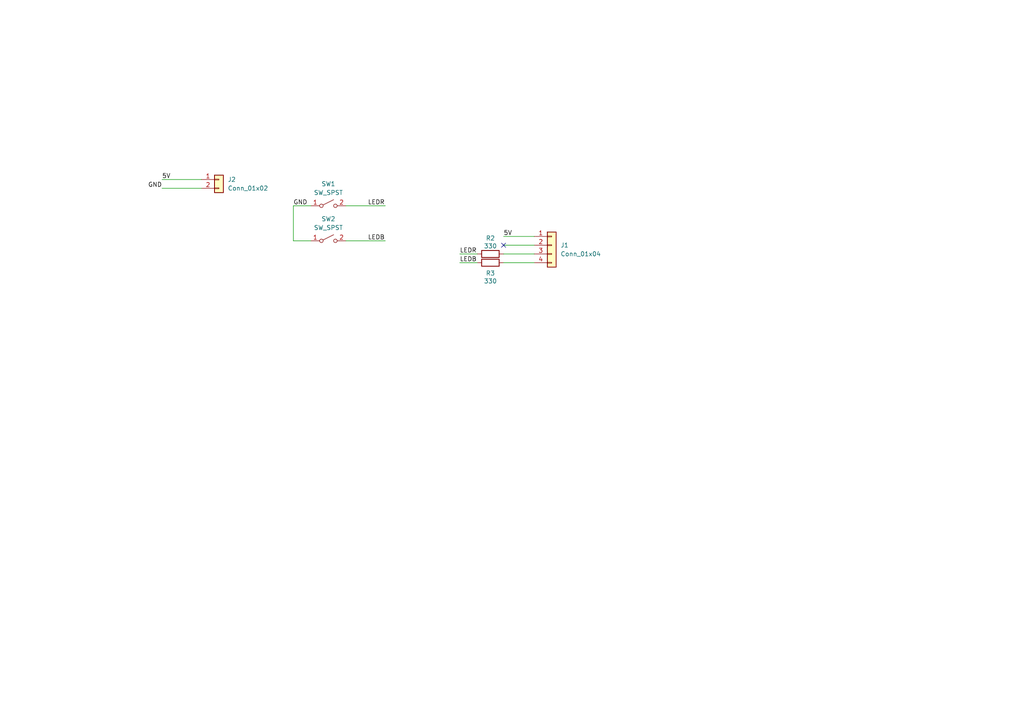
<source format=kicad_sch>
(kicad_sch (version 20231120) (generator "eeschema") (generator_version "8.0")
  (paper "A4")
  (lib_symbols
    (symbol "Connector_Generic:Conn_01x02" (pin_names (offset 1.016) hide)
      (property "Reference" "J" (at 0 2.54 0))
      (property "Value" "Conn_01x02" (at 0 -5.08 0))
      (symbol "Conn_01x02_1_1"
        (rectangle (start -1.27 -2.413) (end 0 -2.667) (stroke (width 0.1524)))
        (rectangle (start -1.27 0.127) (end 0 -0.127) (stroke (width 0.1524)))
        (rectangle (start -1.27 1.27) (end 1.27 -3.81) (stroke (width 0.254)) (fill (type background)))
        (pin passive line (at -5.08 0 0) (length 3.81) (name "Pin_1") (number "1"))
        (pin passive line (at -5.08 -2.54 0) (length 3.81) (name "Pin_2") (number "2"))
      )
    )
    (symbol "Connector_Generic:Conn_01x04" (pin_names (offset 1.016) hide)
      (property "Reference" "J" (at 0 5.08 0))
      (property "Value" "Conn_01x04" (at 0 -7.62 0))
      (symbol "Conn_01x04_1_1"
        (rectangle (start -1.27 -4.953) (end 0 -5.207) (stroke (width 0.1524)))
        (rectangle (start -1.27 -2.413) (end 0 -2.667) (stroke (width 0.1524)))
        (rectangle (start -1.27 0.127) (end 0 -0.127) (stroke (width 0.1524)))
        (rectangle (start -1.27 2.667) (end 0 2.413) (stroke (width 0.1524)))
        (rectangle (start -1.27 3.81) (end 1.27 -6.35) (stroke (width 0.254)) (fill (type background)))
        (pin passive line (at -5.08 2.54 0) (length 3.81) (name "Pin_1") (number "1"))
        (pin passive line (at -5.08 0 0) (length 3.81) (name "Pin_2") (number "2"))
        (pin passive line (at -5.08 -2.54 0) (length 3.81) (name "Pin_3") (number "3"))
        (pin passive line (at -5.08 -5.08 0) (length 3.81) (name "Pin_4") (number "4"))
      )
    )
    (symbol "Device:R" (pin_numbers hide) (pin_names (offset 0))
      (property "Reference" "R" (at 2.032 0 90))
      (property "Value" "R" (at 0 0 90))
      (symbol "R_0_1"
        (rectangle (start -1.016 -2.54) (end 1.016 2.54) (stroke (width 0.254)))
      )
      (symbol "R_1_1"
        (pin passive line (at 0 3.81 270) (length 1.27) (name "~") (number "1"))
        (pin passive line (at 0 -3.81 90) (length 1.27) (name "~") (number "2"))
      )
    )
    (symbol "Switch:SW_SPST" (pin_names (offset 0) hide)
      (property "Reference" "SW" (at 0 3.175 0))
      (property "Value" "SW_SPST" (at 0 -2.54 0))
      (symbol "SW_SPST_0_0"
        (circle (center -2.032 0) (radius 0.508))
        (polyline (pts (xy -1.524 0.254) (xy 1.524 1.778)))
        (circle (center 2.032 0) (radius 0.508))
      )
      (symbol "SW_SPST_1_1"
        (pin passive line (at -5.08 0 0) (length 2.54) (name "A") (number "1"))
        (pin passive line (at 5.08 0 180) (length 2.54) (name "B") (number "2"))
      )
    )
  )
  (no_connect (at 146.05 71.12))
  (wire (pts (xy 85.09 59.69) (xy 85.09 69.85)))
  (wire (pts (xy 100.33 59.69) (xy 111.76 59.69)))
  (wire (pts (xy 133.35 73.66) (xy 138.43 73.66)))
  (wire (pts (xy 146.05 71.12) (xy 154.94 71.12)))
  (wire (pts (xy 90.17 59.69) (xy 85.09 59.69)))
  (wire (pts (xy 46.99 54.61) (xy 58.42 54.61)))
  (wire (pts (xy 85.09 69.85) (xy 90.17 69.85)))
  (wire (pts (xy 133.35 76.2) (xy 138.43 76.2)))
  (wire (pts (xy 146.05 68.58) (xy 154.94 68.58)))
  (wire (pts (xy 146.05 73.66) (xy 154.94 73.66)))
  (wire (pts (xy 146.05 76.2) (xy 154.94 76.2)))
  (wire (pts (xy 46.99 52.07) (xy 58.42 52.07)))
  (wire (pts (xy 100.33 69.85) (xy 111.76 69.85)))
  (label "GND" (at 46.99 54.61 180))
  (label "LEDR" (at 133.35 73.66 0))
  (label "5V" (at 46.99 52.07 0))
  (label "5V" (at 146.05 68.58 0))
  (label "LEDB" (at 133.35 76.2 0))
  (label "LEDR" (at 106.68 59.69 0))
  (label "LEDB" (at 106.68 69.85 0))
  (label "GND" (at 85.09 59.69 0))
  (symbol (lib_id "Device:R") (at 142.24 76.2 270) (unit 1)
    (property "Reference" "R3" (at 142.24 79.248 90))
    (property "Value" "330" (at 142.24 81.534 90))
    (property "Footprint" "Resistor_THT:R_Axial_DIN0309_L9.0mm_D3.2mm_P15.24mm_Horizontal" (effects (hide yes)))
    (property "Description" "Resistor" (effects (hide yes)))
  )
  (symbol (lib_id "Device:R") (at 142.24 73.66 90) (unit 1)
    (property "Reference" "R2" (at 142.24 69.088 90))
    (property "Value" "330" (at 142.24 71.374 90))
    (property "Footprint" "Resistor_THT:R_Axial_DIN0309_L9.0mm_D3.2mm_P15.24mm_Horizontal" (effects (hide yes)))
    (property "Description" "Resistor" (effects (hide yes)))
  )
  (symbol (lib_id "Connector_Generic:Conn_01x02") (at 63.5 52.07 0) (unit 1)
    (property "Reference" "J2" (at 66.04 52.0699 0) (effects (justify left)))
    (property "Value" "Conn_01x02" (at 66.04 54.6099 0) (effects (justify left)))
    (property "Footprint" "Connector_PinSocket_2.54mm:PinSocket_1x02_P2.54mm_Vertical" (effects (hide yes)))
    (property "Description" "Generic connector, single row, 01x02, script generated (kicad-library-utils/schlib/autogen/connector/)" (effects (hide yes)))
  )
  (symbol (lib_id "Switch:SW_SPST") (at 95.25 59.69 0) (unit 1)
    (property "Reference" "SW1" (at 95.25 53.34 0))
    (property "Value" "SW_SPST" (at 95.25 55.88 0))
    (property "Footprint" "Button_Switch_THT:SW_DIP_SPSTx01_Slide_6.7x4.1mm_W7.62mm_P2.54mm_LowProfile" (effects (hide yes)))
    (property "Description" "Single Pole Single Throw (SPST) switch" (effects (hide yes)))
  )
  (symbol (lib_id "Switch:SW_SPST") (at 95.25 69.85 0) (unit 1)
    (property "Reference" "SW2" (at 95.25 63.5 0))
    (property "Value" "SW_SPST" (at 95.25 66.04 0))
    (property "Footprint" "Button_Switch_THT:SW_DIP_SPSTx01_Slide_6.7x4.1mm_W7.62mm_P2.54mm_LowProfile" (effects (hide yes)))
    (property "Description" "Single Pole Single Throw (SPST) switch" (effects (hide yes)))
  )
  (symbol (lib_id "Connector_Generic:Conn_01x04") (at 160.02 71.12 0) (unit 1)
    (property "Reference" "J1" (at 162.56 71.1199 0) (effects (justify left)))
    (property "Value" "Conn_01x04" (at 162.56 73.6599 0) (effects (justify left)))
    (property "Footprint" "Connector_PinSocket_2.54mm:PinSocket_1x04_P2.54mm_Vertical" (effects (hide yes)))
    (property "Description" "Generic connector, single row, 01x04, script generated (kicad-library-utils/schlib/autogen/connector/)" (effects (hide yes)))
  )
)
</source>
